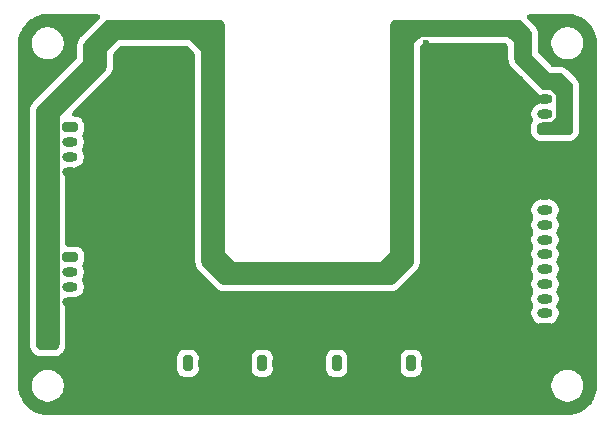
<source format=gbr>
%TF.GenerationSoftware,KiCad,Pcbnew,8.0.4*%
%TF.CreationDate,2024-08-04T13:51:38+08:00*%
%TF.ProjectId,mai-pico-nano-io,6d61692d-7069-4636-9f2d-6e616e6f2d69,rev?*%
%TF.SameCoordinates,Original*%
%TF.FileFunction,Copper,L2,Bot*%
%TF.FilePolarity,Positive*%
%FSLAX46Y46*%
G04 Gerber Fmt 4.6, Leading zero omitted, Abs format (unit mm)*
G04 Created by KiCad (PCBNEW 8.0.4) date 2024-08-04 13:51:38*
%MOMM*%
%LPD*%
G01*
G04 APERTURE LIST*
G04 Aperture macros list*
%AMRoundRect*
0 Rectangle with rounded corners*
0 $1 Rounding radius*
0 $2 $3 $4 $5 $6 $7 $8 $9 X,Y pos of 4 corners*
0 Add a 4 corners polygon primitive as box body*
4,1,4,$2,$3,$4,$5,$6,$7,$8,$9,$2,$3,0*
0 Add four circle primitives for the rounded corners*
1,1,$1+$1,$2,$3*
1,1,$1+$1,$4,$5*
1,1,$1+$1,$6,$7*
1,1,$1+$1,$8,$9*
0 Add four rect primitives between the rounded corners*
20,1,$1+$1,$2,$3,$4,$5,0*
20,1,$1+$1,$4,$5,$6,$7,0*
20,1,$1+$1,$6,$7,$8,$9,0*
20,1,$1+$1,$8,$9,$2,$3,0*%
G04 Aperture macros list end*
%TA.AperFunction,ComponentPad*%
%ADD10RoundRect,0.200000X-0.450000X0.200000X-0.450000X-0.200000X0.450000X-0.200000X0.450000X0.200000X0*%
%TD*%
%TA.AperFunction,ComponentPad*%
%ADD11O,1.300000X0.800000*%
%TD*%
%TA.AperFunction,ComponentPad*%
%ADD12RoundRect,0.200000X0.450000X-0.200000X0.450000X0.200000X-0.450000X0.200000X-0.450000X-0.200000X0*%
%TD*%
%TA.AperFunction,ComponentPad*%
%ADD13RoundRect,0.200000X-0.200000X-0.450000X0.200000X-0.450000X0.200000X0.450000X-0.200000X0.450000X0*%
%TD*%
%TA.AperFunction,ComponentPad*%
%ADD14O,0.800000X1.300000*%
%TD*%
%TA.AperFunction,ViaPad*%
%ADD15C,0.600000*%
%TD*%
G04 APERTURE END LIST*
D10*
%TO.P,J3,1,Pin_1*%
%TO.N,/I2C_1{slash}SCL*%
X79900000Y-109125000D03*
D11*
%TO.P,J3,2,Pin_2*%
%TO.N,/I2C_1{slash}SDA*%
X79900000Y-110374999D03*
%TO.P,J3,3,Pin_3*%
%TO.N,/I2C_1{slash}VDD*%
X79900000Y-111625000D03*
%TO.P,J3,4,Pin_4*%
%TO.N,GND*%
X79900000Y-112874999D03*
%TD*%
D10*
%TO.P,J2,1,Pin_1*%
%TO.N,/I2C_0{slash}SCL*%
X79900000Y-98125000D03*
D11*
%TO.P,J2,2,Pin_2*%
%TO.N,/I2C_0{slash}SDA*%
X79900000Y-99374999D03*
%TO.P,J2,3,Pin_3*%
%TO.N,/I2C_0{slash}VDD*%
X79900000Y-100625000D03*
%TO.P,J2,4,Pin_4*%
%TO.N,GND*%
X79900000Y-101874999D03*
%TD*%
D12*
%TO.P,J4,1,Pin_1*%
%TO.N,GND*%
X120100000Y-115125000D03*
D11*
%TO.P,J4,2,Pin_2*%
%TO.N,/BTN8*%
X120100000Y-113875001D03*
%TO.P,J4,3,Pin_3*%
%TO.N,/BTN7*%
X120100000Y-112625000D03*
%TO.P,J4,4,Pin_4*%
%TO.N,/BTN6*%
X120100000Y-111375001D03*
%TO.P,J4,5,Pin_5*%
%TO.N,/BTN5*%
X120100000Y-110125000D03*
%TO.P,J4,6,Pin_6*%
%TO.N,/BTN4*%
X120100000Y-108875001D03*
%TO.P,J4,7,Pin_7*%
%TO.N,/BTN3*%
X120100000Y-107625000D03*
%TO.P,J4,8,Pin_8*%
%TO.N,/BTN2*%
X120100000Y-106375000D03*
%TO.P,J4,9,Pin_9*%
%TO.N,/BTN1*%
X120100000Y-105125000D03*
%TO.P,J4,10,Pin_10*%
%TO.N,GND*%
X120100000Y-103875000D03*
%TD*%
D13*
%TO.P,J7,1,Pin_1*%
%TO.N,/AUX3*%
X102475000Y-118100000D03*
D14*
%TO.P,J7,2,Pin_2*%
%TO.N,GND*%
X103725000Y-118100000D03*
%TD*%
D13*
%TO.P,J8,1,Pin_1*%
%TO.N,/AUX4*%
X108775000Y-118100000D03*
D14*
%TO.P,J8,2,Pin_2*%
%TO.N,GND*%
X110025000Y-118100000D03*
%TD*%
D13*
%TO.P,J6,1,Pin_1*%
%TO.N,/AUX2*%
X96175000Y-118100000D03*
D14*
%TO.P,J6,2,Pin_2*%
%TO.N,GND*%
X97425000Y-118100000D03*
%TD*%
D13*
%TO.P,J5,1,Pin_1*%
%TO.N,/AUX1*%
X89875000Y-118100000D03*
D14*
%TO.P,J5,2,Pin_2*%
%TO.N,GND*%
X91125000Y-118100000D03*
%TD*%
D12*
%TO.P,J1,1,Pin_1*%
%TO.N,+5V*%
X120100000Y-98250000D03*
D11*
%TO.P,J1,2,Pin_2*%
%TO.N,/LED*%
X120100000Y-97000001D03*
%TO.P,J1,3,Pin_3*%
%TO.N,GND*%
X120100000Y-95750000D03*
%TD*%
D15*
%TO.N,GND*%
X110000000Y-91000000D03*
X76000000Y-107000000D03*
X118000000Y-94000000D03*
X112000000Y-118000000D03*
X112000000Y-122000000D03*
X88900000Y-91900000D03*
X96000000Y-122000000D03*
X124000000Y-101000000D03*
X86800000Y-100100000D03*
X124000000Y-107000000D03*
X116000000Y-122000000D03*
X113000000Y-94000000D03*
X100000000Y-122000000D03*
X116000000Y-101000000D03*
X92000000Y-122000000D03*
X76000000Y-93000000D03*
X76000000Y-101000000D03*
X124000000Y-104000000D03*
X120000000Y-122000000D03*
X76000000Y-114000000D03*
X86800000Y-112500000D03*
X89800000Y-91900000D03*
X88900000Y-92800000D03*
X80000000Y-122000000D03*
X76000000Y-110000000D03*
X89800000Y-92800000D03*
X111000000Y-92000000D03*
X86800000Y-99300000D03*
X124000000Y-110000000D03*
X80000000Y-118000000D03*
X108000000Y-122000000D03*
X88000000Y-122000000D03*
X76000000Y-97000000D03*
X120000000Y-89000000D03*
X86800000Y-111700000D03*
X86800000Y-105100000D03*
X115000000Y-94000000D03*
X84000000Y-122000000D03*
X124000000Y-97000000D03*
X86800000Y-118300000D03*
X120000000Y-118000000D03*
X104000000Y-122000000D03*
X116000000Y-118000000D03*
X120000000Y-101000000D03*
X76000000Y-118000000D03*
X88000000Y-118000000D03*
X124000000Y-118000000D03*
X86800000Y-117500000D03*
X100000000Y-118000000D03*
X124000000Y-114000000D03*
X76000000Y-104000000D03*
X80000000Y-89000000D03*
X86800000Y-105900000D03*
X112000000Y-93000000D03*
X124000000Y-93000000D03*
%TO.N,+5V*%
X117900000Y-89600000D03*
X88900000Y-89400000D03*
X89800000Y-90300000D03*
X117900000Y-90300000D03*
X89800000Y-89400000D03*
X77500000Y-105500000D03*
X88900000Y-90300000D03*
X78500000Y-116500000D03*
X77500000Y-116500000D03*
X78500000Y-105500000D03*
%TD*%
%TA.AperFunction,Conductor*%
%TO.N,GND*%
G36*
X82278764Y-88519454D02*
G01*
X82359546Y-88573430D01*
X82413522Y-88654212D01*
X82432476Y-88749500D01*
X82413522Y-88844788D01*
X82359548Y-88925566D01*
X81565683Y-89719432D01*
X80794738Y-90490377D01*
X80772120Y-90514526D01*
X80761439Y-90526706D01*
X80740463Y-90552266D01*
X80675891Y-90636417D01*
X80639136Y-90691425D01*
X80622967Y-90719432D01*
X80593716Y-90778748D01*
X80593712Y-90778756D01*
X80556264Y-90869163D01*
X80535014Y-90931763D01*
X80526626Y-90963067D01*
X80513731Y-91027901D01*
X80499883Y-91133082D01*
X80496645Y-91165961D01*
X80495583Y-91182159D01*
X80494500Y-91215247D01*
X80494500Y-92187474D01*
X80475546Y-92282762D01*
X80421570Y-92363544D01*
X76794731Y-95990383D01*
X76772120Y-96014526D01*
X76761444Y-96026700D01*
X76740463Y-96052266D01*
X76675891Y-96136417D01*
X76639136Y-96191425D01*
X76622967Y-96219432D01*
X76593716Y-96278748D01*
X76593712Y-96278756D01*
X76556264Y-96369163D01*
X76535014Y-96431763D01*
X76526626Y-96463067D01*
X76513731Y-96527901D01*
X76499883Y-96633082D01*
X76496645Y-96665961D01*
X76496644Y-96665980D01*
X76495583Y-96682165D01*
X76494500Y-96715232D01*
X76494500Y-116491874D01*
X76495325Y-116517067D01*
X76495583Y-116524946D01*
X76496645Y-116541144D01*
X76499883Y-116574023D01*
X76513732Y-116679208D01*
X76526629Y-116744050D01*
X76535011Y-116775332D01*
X76535013Y-116775339D01*
X76556252Y-116837906D01*
X76556263Y-116837937D01*
X76590978Y-116921747D01*
X76593721Y-116928369D01*
X76593723Y-116928374D01*
X76622962Y-116987665D01*
X76622968Y-116987677D01*
X76639153Y-117015709D01*
X76639156Y-117015713D01*
X76674919Y-117069234D01*
X76675885Y-117070680D01*
X76735468Y-117148330D01*
X76779066Y-117198043D01*
X76801956Y-117220933D01*
X76851669Y-117264531D01*
X76929319Y-117324114D01*
X76956807Y-117342481D01*
X76984285Y-117360842D01*
X76984289Y-117360845D01*
X77012321Y-117377030D01*
X77012333Y-117377036D01*
X77071624Y-117406275D01*
X77071630Y-117406277D01*
X77071635Y-117406280D01*
X77162062Y-117443736D01*
X77224674Y-117464990D01*
X77255937Y-117473367D01*
X77255945Y-117473369D01*
X77278153Y-117477786D01*
X77320793Y-117486268D01*
X77320798Y-117486268D01*
X77320800Y-117486269D01*
X77330077Y-117487490D01*
X77398986Y-117496562D01*
X77412922Y-117498397D01*
X77412922Y-117498398D01*
X77425946Y-117500113D01*
X77458874Y-117503356D01*
X77475059Y-117504417D01*
X77508126Y-117505500D01*
X77508142Y-117505500D01*
X78491860Y-117505500D01*
X78491874Y-117505500D01*
X78524943Y-117504417D01*
X78541127Y-117503356D01*
X78574042Y-117500114D01*
X78574070Y-117500110D01*
X78574073Y-117500110D01*
X78578393Y-117499541D01*
X78585382Y-117498621D01*
X78679208Y-117486268D01*
X78744058Y-117473368D01*
X78775325Y-117464990D01*
X78837937Y-117443736D01*
X78928364Y-117406280D01*
X78987670Y-117377034D01*
X79015703Y-117360849D01*
X79070680Y-117324114D01*
X79148330Y-117264531D01*
X79198043Y-117220933D01*
X79220933Y-117198043D01*
X79264531Y-117148330D01*
X79324114Y-117070680D01*
X79360849Y-117015703D01*
X79377034Y-116987670D01*
X79406280Y-116928364D01*
X79443736Y-116837937D01*
X79464990Y-116775325D01*
X79473368Y-116744058D01*
X79486268Y-116679209D01*
X79500114Y-116574045D01*
X79503356Y-116541125D01*
X79504417Y-116524939D01*
X79505500Y-116491874D01*
X79505500Y-112774500D01*
X79524454Y-112679212D01*
X79578430Y-112598430D01*
X79659212Y-112544454D01*
X79754500Y-112525500D01*
X80238691Y-112525500D01*
X80412666Y-112490894D01*
X80576547Y-112423013D01*
X80724035Y-112324464D01*
X80849464Y-112199035D01*
X80948013Y-112051547D01*
X81015894Y-111887666D01*
X81050500Y-111713691D01*
X81050500Y-111536309D01*
X81015894Y-111362334D01*
X80948013Y-111198453D01*
X80907844Y-111138336D01*
X80870664Y-111048577D01*
X80870664Y-110951422D01*
X80907843Y-110861663D01*
X80948013Y-110801546D01*
X81015894Y-110637665D01*
X81050500Y-110463690D01*
X81050500Y-110286308D01*
X81015894Y-110112333D01*
X80948013Y-109948452D01*
X80948010Y-109948447D01*
X80942247Y-109937665D01*
X80945138Y-109936119D01*
X80916713Y-109867486D01*
X80916716Y-109770331D01*
X80947841Y-109690099D01*
X80993477Y-109614608D01*
X80993478Y-109614606D01*
X81044086Y-109452196D01*
X81044157Y-109451422D01*
X81050499Y-109381630D01*
X81050500Y-109381609D01*
X81050500Y-108868390D01*
X81050499Y-108868369D01*
X81044087Y-108797811D01*
X81044086Y-108797808D01*
X81044086Y-108797804D01*
X80993478Y-108635394D01*
X80993477Y-108635393D01*
X80993477Y-108635391D01*
X80942987Y-108551873D01*
X80905472Y-108489815D01*
X80785185Y-108369528D01*
X80763723Y-108356553D01*
X80639608Y-108281522D01*
X80477196Y-108230914D01*
X80477188Y-108230912D01*
X80406630Y-108224500D01*
X80406616Y-108224500D01*
X79754500Y-108224500D01*
X79659212Y-108205546D01*
X79578430Y-108151570D01*
X79524454Y-108070788D01*
X79505500Y-107975500D01*
X79505500Y-101774500D01*
X79524454Y-101679212D01*
X79578430Y-101598430D01*
X79659212Y-101544454D01*
X79754500Y-101525500D01*
X80238691Y-101525500D01*
X80412666Y-101490894D01*
X80576547Y-101423013D01*
X80724035Y-101324464D01*
X80849464Y-101199035D01*
X80948013Y-101051547D01*
X81015894Y-100887666D01*
X81050500Y-100713691D01*
X81050500Y-100536309D01*
X81015894Y-100362334D01*
X80948013Y-100198453D01*
X80907844Y-100138336D01*
X80870664Y-100048577D01*
X80870664Y-99951422D01*
X80907843Y-99861663D01*
X80948013Y-99801546D01*
X81015894Y-99637665D01*
X81050500Y-99463690D01*
X81050500Y-99286308D01*
X81015894Y-99112333D01*
X80948013Y-98948452D01*
X80948010Y-98948447D01*
X80942247Y-98937665D01*
X80945138Y-98936119D01*
X80916713Y-98867486D01*
X80916716Y-98770331D01*
X80947841Y-98690099D01*
X80993477Y-98614608D01*
X80993478Y-98614606D01*
X81044086Y-98452196D01*
X81050500Y-98381616D01*
X81050500Y-97868384D01*
X81050499Y-97868369D01*
X81044087Y-97797811D01*
X81044086Y-97797808D01*
X81044086Y-97797804D01*
X80993478Y-97635394D01*
X80993477Y-97635393D01*
X80993477Y-97635391D01*
X80942815Y-97551588D01*
X80905472Y-97489815D01*
X80785185Y-97369528D01*
X80763723Y-97356553D01*
X80639608Y-97281522D01*
X80477196Y-97230914D01*
X80477188Y-97230912D01*
X80406630Y-97224500D01*
X80406616Y-97224500D01*
X80291523Y-97224500D01*
X80196235Y-97205546D01*
X80115453Y-97151570D01*
X80061477Y-97070788D01*
X80042523Y-96975500D01*
X80061477Y-96880212D01*
X80115453Y-96799430D01*
X81441518Y-95473365D01*
X83205243Y-93709641D01*
X83227852Y-93685502D01*
X83238547Y-93673307D01*
X83259536Y-93647732D01*
X83324115Y-93563571D01*
X83360854Y-93508587D01*
X83377039Y-93480553D01*
X83406282Y-93421253D01*
X83443737Y-93330828D01*
X83464989Y-93268220D01*
X83473367Y-93236954D01*
X83486268Y-93172102D01*
X83500114Y-93066938D01*
X83503356Y-93034018D01*
X83504417Y-93017832D01*
X83505146Y-92995583D01*
X83505500Y-92984781D01*
X83505500Y-92012522D01*
X83524454Y-91917234D01*
X83578430Y-91836452D01*
X84136452Y-91278430D01*
X84217234Y-91224454D01*
X84312522Y-91205500D01*
X88500000Y-91205500D01*
X89687477Y-91205500D01*
X89782765Y-91224454D01*
X89863547Y-91278430D01*
X90421570Y-91836453D01*
X90475546Y-91917235D01*
X90494500Y-92012522D01*
X90494500Y-109484767D01*
X90494999Y-109500000D01*
X90495583Y-109517839D01*
X90496645Y-109534037D01*
X90499883Y-109566916D01*
X90513731Y-109672097D01*
X90526626Y-109736931D01*
X90535014Y-109768235D01*
X90556264Y-109830835D01*
X90593712Y-109921242D01*
X90593717Y-109921253D01*
X90622960Y-109980553D01*
X90622964Y-109980559D01*
X90622967Y-109980566D01*
X90639136Y-110008573D01*
X90639142Y-110008583D01*
X90639145Y-110008587D01*
X90675884Y-110063571D01*
X90740463Y-110147732D01*
X90761452Y-110173307D01*
X90772147Y-110185502D01*
X90794756Y-110209640D01*
X92290359Y-111705243D01*
X92314497Y-111727852D01*
X92326692Y-111738547D01*
X92352267Y-111759536D01*
X92436428Y-111824115D01*
X92491412Y-111860854D01*
X92491419Y-111860858D01*
X92491425Y-111860862D01*
X92519432Y-111877031D01*
X92519446Y-111877039D01*
X92578746Y-111906282D01*
X92578756Y-111906286D01*
X92669163Y-111943734D01*
X92669167Y-111943735D01*
X92669171Y-111943737D01*
X92731776Y-111964988D01*
X92731773Y-111964988D01*
X92757729Y-111971942D01*
X92763045Y-111973367D01*
X92827900Y-111986268D01*
X92827905Y-111986268D01*
X92827907Y-111986269D01*
X92837184Y-111987490D01*
X92906093Y-111996562D01*
X92920029Y-111998397D01*
X92920029Y-111998398D01*
X92933053Y-112000113D01*
X92965981Y-112003356D01*
X92982166Y-112004417D01*
X93015233Y-112005500D01*
X93015249Y-112005500D01*
X106984753Y-112005500D01*
X106984767Y-112005500D01*
X107017836Y-112004417D01*
X107034020Y-112003356D01*
X107066935Y-112000114D01*
X107066963Y-112000110D01*
X107066966Y-112000110D01*
X107078275Y-111998621D01*
X107099162Y-111995871D01*
X107172101Y-111986268D01*
X107236954Y-111973367D01*
X107261611Y-111966759D01*
X107268217Y-111964990D01*
X107268218Y-111964989D01*
X107268220Y-111964989D01*
X107330828Y-111943737D01*
X107421253Y-111906282D01*
X107480553Y-111877039D01*
X107508587Y-111860854D01*
X107563571Y-111824115D01*
X107647732Y-111759536D01*
X107673307Y-111738547D01*
X107685502Y-111727852D01*
X107709640Y-111705243D01*
X109205243Y-110209640D01*
X109227852Y-110185502D01*
X109238547Y-110173307D01*
X109259536Y-110147732D01*
X109324115Y-110063571D01*
X109360854Y-110008587D01*
X109377039Y-109980553D01*
X109406282Y-109921253D01*
X109443737Y-109830828D01*
X109464989Y-109768220D01*
X109473367Y-109736954D01*
X109486268Y-109672102D01*
X109500114Y-109566938D01*
X109503356Y-109534018D01*
X109504417Y-109517832D01*
X109505500Y-109484767D01*
X109505500Y-105036304D01*
X118949500Y-105036304D01*
X118949500Y-105213695D01*
X118984104Y-105387659D01*
X118984105Y-105387661D01*
X118984106Y-105387666D01*
X119051987Y-105551547D01*
X119051988Y-105551549D01*
X119051989Y-105551550D01*
X119051990Y-105551553D01*
X119092155Y-105611664D01*
X119129335Y-105701423D01*
X119129334Y-105798578D01*
X119092155Y-105888336D01*
X119051990Y-105948446D01*
X119051989Y-105948449D01*
X118984104Y-106112340D01*
X118949500Y-106286304D01*
X118949500Y-106463695D01*
X118984104Y-106637659D01*
X118984105Y-106637661D01*
X118984106Y-106637666D01*
X119051987Y-106801547D01*
X119051988Y-106801549D01*
X119051989Y-106801550D01*
X119051990Y-106801553D01*
X119092155Y-106861664D01*
X119129335Y-106951423D01*
X119129334Y-107048578D01*
X119092155Y-107138336D01*
X119051990Y-107198446D01*
X119051989Y-107198449D01*
X118984104Y-107362340D01*
X118949500Y-107536304D01*
X118949500Y-107713695D01*
X118984104Y-107887659D01*
X118984105Y-107887661D01*
X118984106Y-107887666D01*
X119051987Y-108051547D01*
X119051988Y-108051549D01*
X119051989Y-108051550D01*
X119051990Y-108051553D01*
X119092155Y-108111664D01*
X119129335Y-108201423D01*
X119129334Y-108298578D01*
X119092156Y-108388335D01*
X119051989Y-108448449D01*
X119051989Y-108448450D01*
X119051989Y-108448451D01*
X119051987Y-108448454D01*
X119030844Y-108499500D01*
X118984104Y-108612341D01*
X118949500Y-108786305D01*
X118949500Y-108963696D01*
X118984104Y-109137660D01*
X118984105Y-109137662D01*
X118984106Y-109137667D01*
X119051987Y-109301548D01*
X119051988Y-109301549D01*
X119051989Y-109301551D01*
X119092154Y-109361662D01*
X119129334Y-109451422D01*
X119129335Y-109548577D01*
X119092155Y-109638336D01*
X119051990Y-109698446D01*
X119051989Y-109698449D01*
X119051987Y-109698451D01*
X119051987Y-109698453D01*
X118997154Y-109830835D01*
X118984104Y-109862340D01*
X118949500Y-110036304D01*
X118949500Y-110213695D01*
X118984104Y-110387659D01*
X118984105Y-110387661D01*
X118984106Y-110387666D01*
X119051987Y-110551547D01*
X119051988Y-110551549D01*
X119051989Y-110551550D01*
X119051990Y-110551553D01*
X119092155Y-110611664D01*
X119129335Y-110701423D01*
X119129334Y-110798578D01*
X119092156Y-110888335D01*
X119051989Y-110948449D01*
X119051989Y-110948450D01*
X119051989Y-110948451D01*
X119051987Y-110948454D01*
X119010516Y-111048577D01*
X118984104Y-111112341D01*
X118949500Y-111286305D01*
X118949500Y-111463696D01*
X118984104Y-111637660D01*
X118984105Y-111637662D01*
X118984106Y-111637667D01*
X119051987Y-111801548D01*
X119051988Y-111801549D01*
X119051989Y-111801551D01*
X119092154Y-111861662D01*
X119129334Y-111951422D01*
X119129335Y-112048577D01*
X119092155Y-112138336D01*
X119051990Y-112198446D01*
X119051989Y-112198449D01*
X119051987Y-112198451D01*
X119051987Y-112198453D01*
X118999792Y-112324466D01*
X118984104Y-112362340D01*
X118949500Y-112536304D01*
X118949500Y-112713695D01*
X118984104Y-112887659D01*
X118984105Y-112887661D01*
X118984106Y-112887666D01*
X119051987Y-113051547D01*
X119051988Y-113051549D01*
X119051989Y-113051550D01*
X119051990Y-113051553D01*
X119092155Y-113111664D01*
X119129335Y-113201423D01*
X119129334Y-113298578D01*
X119092156Y-113388335D01*
X119051989Y-113448449D01*
X119051989Y-113448450D01*
X118984104Y-113612341D01*
X118949500Y-113786305D01*
X118949500Y-113963696D01*
X118984104Y-114137660D01*
X118984105Y-114137662D01*
X118984106Y-114137667D01*
X119051987Y-114301548D01*
X119150536Y-114449036D01*
X119275965Y-114574465D01*
X119423453Y-114673014D01*
X119587334Y-114740895D01*
X119761309Y-114775501D01*
X120438691Y-114775501D01*
X120612666Y-114740895D01*
X120776547Y-114673014D01*
X120924035Y-114574465D01*
X121049464Y-114449036D01*
X121148013Y-114301548D01*
X121215894Y-114137667D01*
X121250500Y-113963692D01*
X121250500Y-113786310D01*
X121215894Y-113612335D01*
X121148013Y-113448454D01*
X121107844Y-113388337D01*
X121070664Y-113298578D01*
X121070664Y-113201423D01*
X121107843Y-113111664D01*
X121148013Y-113051547D01*
X121215894Y-112887666D01*
X121250500Y-112713691D01*
X121250500Y-112536309D01*
X121215894Y-112362334D01*
X121148013Y-112198453D01*
X121148010Y-112198449D01*
X121148011Y-112198449D01*
X121107845Y-112138338D01*
X121070665Y-112048579D01*
X121070664Y-111951424D01*
X121107840Y-111861669D01*
X121148013Y-111801548D01*
X121215894Y-111637667D01*
X121250500Y-111463692D01*
X121250500Y-111286310D01*
X121215894Y-111112335D01*
X121148013Y-110948454D01*
X121107844Y-110888337D01*
X121070664Y-110798578D01*
X121070664Y-110701423D01*
X121107843Y-110611664D01*
X121148013Y-110551547D01*
X121215894Y-110387666D01*
X121250500Y-110213691D01*
X121250500Y-110036309D01*
X121215894Y-109862334D01*
X121148013Y-109698453D01*
X121148010Y-109698449D01*
X121148011Y-109698449D01*
X121107845Y-109638338D01*
X121070665Y-109548579D01*
X121070664Y-109451424D01*
X121107840Y-109361669D01*
X121148013Y-109301548D01*
X121215894Y-109137667D01*
X121250500Y-108963692D01*
X121250500Y-108786310D01*
X121215894Y-108612335D01*
X121148013Y-108448454D01*
X121107844Y-108388337D01*
X121070664Y-108298578D01*
X121070664Y-108201423D01*
X121107843Y-108111664D01*
X121148013Y-108051547D01*
X121215894Y-107887666D01*
X121250500Y-107713691D01*
X121250500Y-107536309D01*
X121215894Y-107362334D01*
X121148013Y-107198453D01*
X121148010Y-107198449D01*
X121148011Y-107198449D01*
X121107845Y-107138338D01*
X121070665Y-107048579D01*
X121070664Y-106951424D01*
X121107841Y-106861667D01*
X121148013Y-106801547D01*
X121215894Y-106637666D01*
X121250500Y-106463691D01*
X121250500Y-106286309D01*
X121215894Y-106112334D01*
X121148013Y-105948453D01*
X121148010Y-105948449D01*
X121148011Y-105948449D01*
X121107845Y-105888338D01*
X121070665Y-105798579D01*
X121070664Y-105701424D01*
X121107841Y-105611667D01*
X121148013Y-105551547D01*
X121215894Y-105387666D01*
X121250500Y-105213691D01*
X121250500Y-105036309D01*
X121215894Y-104862334D01*
X121148013Y-104698453D01*
X121049464Y-104550965D01*
X120924035Y-104425536D01*
X120924031Y-104425533D01*
X120776549Y-104326988D01*
X120776547Y-104326987D01*
X120612666Y-104259106D01*
X120612661Y-104259105D01*
X120612659Y-104259104D01*
X120438695Y-104224500D01*
X120438691Y-104224500D01*
X119761309Y-104224500D01*
X119761304Y-104224500D01*
X119587340Y-104259104D01*
X119587336Y-104259105D01*
X119587334Y-104259106D01*
X119478080Y-104304360D01*
X119423450Y-104326988D01*
X119275968Y-104425533D01*
X119150533Y-104550968D01*
X119051988Y-104698450D01*
X118984104Y-104862340D01*
X118949500Y-105036304D01*
X109505500Y-105036304D01*
X109505500Y-91353387D01*
X109524454Y-91258099D01*
X109578430Y-91177317D01*
X109595095Y-91162100D01*
X109713760Y-91063213D01*
X109799096Y-91016772D01*
X109873165Y-91005500D01*
X109915695Y-91005500D01*
X109920115Y-91005342D01*
X109925242Y-91005158D01*
X109934130Y-91005000D01*
X110065870Y-91005000D01*
X110074757Y-91005158D01*
X110079884Y-91005342D01*
X110084305Y-91005500D01*
X110084307Y-91005500D01*
X116687477Y-91005500D01*
X116782765Y-91024454D01*
X116863547Y-91078430D01*
X116921570Y-91136453D01*
X116975546Y-91217235D01*
X116994500Y-91312523D01*
X116994500Y-92284767D01*
X116995325Y-92309960D01*
X116995583Y-92317839D01*
X116996645Y-92334037D01*
X116999883Y-92366916D01*
X117013731Y-92472097D01*
X117026626Y-92536931D01*
X117035014Y-92568235D01*
X117056264Y-92630835D01*
X117093712Y-92721242D01*
X117093717Y-92721253D01*
X117122960Y-92780553D01*
X117122964Y-92780559D01*
X117122967Y-92780566D01*
X117139136Y-92808573D01*
X117139142Y-92808583D01*
X117139145Y-92808587D01*
X117175884Y-92863571D01*
X117240463Y-92947732D01*
X117261452Y-92973307D01*
X117272147Y-92985502D01*
X117294756Y-93009640D01*
X119490359Y-95205243D01*
X119514497Y-95227852D01*
X119526692Y-95238547D01*
X119552267Y-95259536D01*
X119636428Y-95324115D01*
X119691412Y-95360854D01*
X119691419Y-95360858D01*
X119691425Y-95360862D01*
X119719432Y-95377031D01*
X119719446Y-95377039D01*
X119778746Y-95406282D01*
X119778756Y-95406286D01*
X119869163Y-95443734D01*
X119869167Y-95443735D01*
X119869171Y-95443737D01*
X119931776Y-95464988D01*
X119931773Y-95464988D01*
X119957729Y-95471942D01*
X119963045Y-95473367D01*
X120027900Y-95486268D01*
X120027905Y-95486268D01*
X120027907Y-95486269D01*
X120037184Y-95487490D01*
X120106093Y-95496562D01*
X120120029Y-95498397D01*
X120120029Y-95498398D01*
X120133053Y-95500113D01*
X120165981Y-95503356D01*
X120182166Y-95504417D01*
X120215233Y-95505500D01*
X120245500Y-95505500D01*
X120340788Y-95524454D01*
X120421570Y-95578430D01*
X120475546Y-95659212D01*
X120494500Y-95754500D01*
X120494500Y-95850501D01*
X120475546Y-95945789D01*
X120421570Y-96026571D01*
X120340788Y-96080547D01*
X120245500Y-96099501D01*
X119761304Y-96099501D01*
X119587340Y-96134105D01*
X119587336Y-96134106D01*
X119587334Y-96134107D01*
X119478080Y-96179361D01*
X119423450Y-96201989D01*
X119275968Y-96300534D01*
X119150533Y-96425969D01*
X119051988Y-96573451D01*
X119051987Y-96573454D01*
X118993262Y-96715232D01*
X118984104Y-96737341D01*
X118949500Y-96911305D01*
X118949500Y-97088696D01*
X118984104Y-97262660D01*
X118984105Y-97262662D01*
X118984106Y-97262667D01*
X119051987Y-97426548D01*
X119051988Y-97426550D01*
X119051993Y-97426561D01*
X119052474Y-97427461D01*
X119052769Y-97428436D01*
X119056669Y-97437850D01*
X119055741Y-97438234D01*
X119080671Y-97520435D01*
X119071143Y-97617121D01*
X119041076Y-97680704D01*
X119041297Y-97680841D01*
X119040108Y-97682752D01*
X119039937Y-97683115D01*
X119039154Y-97684286D01*
X119039150Y-97684293D01*
X119022958Y-97712339D01*
X118993727Y-97771616D01*
X118993719Y-97771635D01*
X118956263Y-97862062D01*
X118956258Y-97862073D01*
X118956252Y-97862092D01*
X118935013Y-97924659D01*
X118935011Y-97924666D01*
X118926629Y-97955948D01*
X118913732Y-98020790D01*
X118899883Y-98125975D01*
X118896645Y-98158854D01*
X118896644Y-98158873D01*
X118895583Y-98175058D01*
X118894500Y-98208125D01*
X118894500Y-98291874D01*
X118895325Y-98317067D01*
X118895583Y-98324946D01*
X118896645Y-98341144D01*
X118899883Y-98374023D01*
X118900882Y-98381609D01*
X118910175Y-98452196D01*
X118913732Y-98479208D01*
X118926629Y-98544050D01*
X118935011Y-98575332D01*
X118935013Y-98575339D01*
X118956252Y-98637906D01*
X118956263Y-98637937D01*
X118977869Y-98690099D01*
X118993721Y-98728369D01*
X118993723Y-98728374D01*
X119022962Y-98787665D01*
X119022968Y-98787677D01*
X119039153Y-98815709D01*
X119039156Y-98815713D01*
X119073751Y-98867486D01*
X119075885Y-98870680D01*
X119135468Y-98948330D01*
X119179066Y-98998043D01*
X119201956Y-99020933D01*
X119251669Y-99064531D01*
X119329319Y-99124114D01*
X119356807Y-99142481D01*
X119384285Y-99160842D01*
X119384289Y-99160845D01*
X119412321Y-99177030D01*
X119412333Y-99177036D01*
X119471624Y-99206275D01*
X119471630Y-99206277D01*
X119471635Y-99206280D01*
X119562062Y-99243736D01*
X119624674Y-99264990D01*
X119655937Y-99273367D01*
X119655945Y-99273369D01*
X119678153Y-99277786D01*
X119720793Y-99286268D01*
X119720798Y-99286268D01*
X119720800Y-99286269D01*
X119730077Y-99287490D01*
X119798986Y-99296562D01*
X119812922Y-99298397D01*
X119812922Y-99298398D01*
X119825946Y-99300113D01*
X119858874Y-99303356D01*
X119875059Y-99304417D01*
X119908126Y-99305500D01*
X119908142Y-99305500D01*
X121991860Y-99305500D01*
X121991874Y-99305500D01*
X122024943Y-99304417D01*
X122041127Y-99303356D01*
X122074042Y-99300114D01*
X122074070Y-99300110D01*
X122074073Y-99300110D01*
X122078393Y-99299541D01*
X122085382Y-99298621D01*
X122179208Y-99286268D01*
X122244058Y-99273368D01*
X122275325Y-99264990D01*
X122337937Y-99243736D01*
X122428364Y-99206280D01*
X122487670Y-99177034D01*
X122515703Y-99160849D01*
X122570680Y-99124114D01*
X122648330Y-99064531D01*
X122698043Y-99020933D01*
X122720933Y-98998043D01*
X122764531Y-98948330D01*
X122824114Y-98870680D01*
X122860849Y-98815703D01*
X122877034Y-98787670D01*
X122906280Y-98728364D01*
X122943736Y-98637937D01*
X122964990Y-98575325D01*
X122973368Y-98544058D01*
X122986268Y-98479209D01*
X123000114Y-98374045D01*
X123003356Y-98341125D01*
X123004417Y-98324939D01*
X123005500Y-98291874D01*
X123005500Y-94715232D01*
X123004417Y-94682167D01*
X123003356Y-94665981D01*
X123000114Y-94633061D01*
X122986268Y-94527897D01*
X122973367Y-94463045D01*
X122964989Y-94431779D01*
X122943737Y-94369171D01*
X122906282Y-94278746D01*
X122877039Y-94219446D01*
X122860854Y-94191412D01*
X122824115Y-94136428D01*
X122759536Y-94052267D01*
X122738547Y-94026692D01*
X122727852Y-94014497D01*
X122705243Y-93990359D01*
X122009640Y-93294756D01*
X121985502Y-93272147D01*
X121973307Y-93261452D01*
X121947732Y-93240463D01*
X121863571Y-93175884D01*
X121808587Y-93139145D01*
X121808583Y-93139142D01*
X121808573Y-93139136D01*
X121780566Y-93122967D01*
X121780559Y-93122964D01*
X121780553Y-93122960D01*
X121721253Y-93093717D01*
X121721247Y-93093714D01*
X121721242Y-93093712D01*
X121630835Y-93056264D01*
X121568235Y-93035014D01*
X121568219Y-93035009D01*
X121568217Y-93035009D01*
X121536950Y-93026631D01*
X121536948Y-93026630D01*
X121536931Y-93026626D01*
X121472097Y-93013731D01*
X121366916Y-92999883D01*
X121334037Y-92996645D01*
X121317839Y-92995583D01*
X121309960Y-92995325D01*
X121284767Y-92994500D01*
X121284751Y-92994500D01*
X120812523Y-92994500D01*
X120717235Y-92975546D01*
X120636453Y-92921570D01*
X119578430Y-91863547D01*
X119524454Y-91782765D01*
X119505500Y-91687477D01*
X119505500Y-90893703D01*
X120649500Y-90893703D01*
X120649500Y-91106296D01*
X120682753Y-91316240D01*
X120682754Y-91316243D01*
X120748443Y-91518412D01*
X120844949Y-91707816D01*
X120969896Y-91879792D01*
X121120208Y-92030104D01*
X121292184Y-92155051D01*
X121481588Y-92251557D01*
X121683757Y-92317246D01*
X121757601Y-92328941D01*
X121893703Y-92350499D01*
X121893710Y-92350499D01*
X121893713Y-92350500D01*
X121893716Y-92350500D01*
X122106284Y-92350500D01*
X122106287Y-92350500D01*
X122106290Y-92350499D01*
X122106296Y-92350499D01*
X122205476Y-92334789D01*
X122316243Y-92317246D01*
X122518412Y-92251557D01*
X122707816Y-92155051D01*
X122879792Y-92030104D01*
X123030104Y-91879792D01*
X123155051Y-91707816D01*
X123251557Y-91518412D01*
X123317246Y-91316243D01*
X123339250Y-91177317D01*
X123350499Y-91106296D01*
X123350500Y-91106284D01*
X123350500Y-90893715D01*
X123350499Y-90893703D01*
X123328941Y-90757601D01*
X123317246Y-90683757D01*
X123251557Y-90481588D01*
X123155051Y-90292184D01*
X123030104Y-90120208D01*
X122879792Y-89969896D01*
X122707816Y-89844949D01*
X122518412Y-89748443D01*
X122518409Y-89748442D01*
X122518407Y-89748441D01*
X122316240Y-89682753D01*
X122106296Y-89649500D01*
X122106287Y-89649500D01*
X121893713Y-89649500D01*
X121893703Y-89649500D01*
X121683759Y-89682753D01*
X121481592Y-89748441D01*
X121292182Y-89844950D01*
X121120206Y-89969897D01*
X120969897Y-90120206D01*
X120844950Y-90292182D01*
X120748441Y-90481592D01*
X120682753Y-90683759D01*
X120649500Y-90893703D01*
X119505500Y-90893703D01*
X119505500Y-90215217D01*
X119504418Y-90182194D01*
X119504417Y-90182190D01*
X119504417Y-90182167D01*
X119503356Y-90165981D01*
X119500114Y-90133061D01*
X119486268Y-90027897D01*
X119473367Y-89963045D01*
X119464989Y-89931779D01*
X119443737Y-89869171D01*
X119433704Y-89844950D01*
X119406286Y-89778756D01*
X119406282Y-89778746D01*
X119377039Y-89719446D01*
X119360854Y-89691412D01*
X119324115Y-89636428D01*
X119259536Y-89552267D01*
X119238547Y-89526692D01*
X119227852Y-89514497D01*
X119205243Y-89490359D01*
X118640450Y-88925566D01*
X118586477Y-88844788D01*
X118567523Y-88749500D01*
X118586477Y-88654212D01*
X118640453Y-88573430D01*
X118721235Y-88519454D01*
X118816523Y-88500500D01*
X121934108Y-88500500D01*
X121992472Y-88500500D01*
X122007505Y-88500954D01*
X122020011Y-88501710D01*
X122286261Y-88517815D01*
X122316088Y-88521437D01*
X122583363Y-88570417D01*
X122612546Y-88577610D01*
X122871956Y-88658446D01*
X122900059Y-88669103D01*
X123147845Y-88780623D01*
X123174464Y-88794594D01*
X123406989Y-88935161D01*
X123431734Y-88952241D01*
X123645616Y-89119806D01*
X123668123Y-89139745D01*
X123860254Y-89331876D01*
X123880193Y-89354383D01*
X124047758Y-89568265D01*
X124064838Y-89593010D01*
X124205405Y-89825535D01*
X124219379Y-89852160D01*
X124330893Y-90099934D01*
X124341555Y-90128049D01*
X124422387Y-90387448D01*
X124429583Y-90416642D01*
X124478560Y-90683899D01*
X124482185Y-90713749D01*
X124499046Y-90992494D01*
X124499500Y-91007528D01*
X124499500Y-119992471D01*
X124499046Y-120007505D01*
X124482185Y-120286250D01*
X124478560Y-120316100D01*
X124429583Y-120583357D01*
X124422387Y-120612551D01*
X124341555Y-120871950D01*
X124330893Y-120900065D01*
X124219379Y-121147839D01*
X124205405Y-121174464D01*
X124064838Y-121406989D01*
X124047758Y-121431734D01*
X123880193Y-121645616D01*
X123860254Y-121668123D01*
X123668123Y-121860254D01*
X123645616Y-121880193D01*
X123431734Y-122047758D01*
X123406989Y-122064838D01*
X123174464Y-122205405D01*
X123147839Y-122219379D01*
X122900065Y-122330893D01*
X122871950Y-122341555D01*
X122612551Y-122422387D01*
X122583357Y-122429583D01*
X122316100Y-122478560D01*
X122286250Y-122482185D01*
X122007506Y-122499046D01*
X121992472Y-122499500D01*
X78007528Y-122499500D01*
X77992494Y-122499046D01*
X77713749Y-122482185D01*
X77683899Y-122478560D01*
X77416642Y-122429583D01*
X77387448Y-122422387D01*
X77128049Y-122341555D01*
X77099934Y-122330893D01*
X76852160Y-122219379D01*
X76825535Y-122205405D01*
X76593010Y-122064838D01*
X76568265Y-122047758D01*
X76354383Y-121880193D01*
X76331876Y-121860254D01*
X76139745Y-121668123D01*
X76119806Y-121645616D01*
X75952241Y-121431734D01*
X75935161Y-121406989D01*
X75794594Y-121174464D01*
X75780620Y-121147839D01*
X75669106Y-120900065D01*
X75658444Y-120871950D01*
X75577612Y-120612551D01*
X75570416Y-120583357D01*
X75521437Y-120316088D01*
X75517815Y-120286261D01*
X75500954Y-120007504D01*
X75500500Y-119992471D01*
X75500500Y-119893703D01*
X76649500Y-119893703D01*
X76649500Y-120106296D01*
X76682753Y-120316240D01*
X76747090Y-120514250D01*
X76748443Y-120518412D01*
X76844949Y-120707816D01*
X76969896Y-120879792D01*
X77120208Y-121030104D01*
X77292184Y-121155051D01*
X77481588Y-121251557D01*
X77683757Y-121317246D01*
X77757601Y-121328941D01*
X77893703Y-121350499D01*
X77893710Y-121350499D01*
X77893713Y-121350500D01*
X77893716Y-121350500D01*
X78106284Y-121350500D01*
X78106287Y-121350500D01*
X78106290Y-121350499D01*
X78106296Y-121350499D01*
X78205476Y-121334789D01*
X78316243Y-121317246D01*
X78518412Y-121251557D01*
X78707816Y-121155051D01*
X78879792Y-121030104D01*
X79030104Y-120879792D01*
X79155051Y-120707816D01*
X79251557Y-120518412D01*
X79317246Y-120316243D01*
X79350500Y-120106287D01*
X79350500Y-119893713D01*
X79350499Y-119893710D01*
X79350499Y-119893703D01*
X120649500Y-119893703D01*
X120649500Y-120106296D01*
X120682753Y-120316240D01*
X120747090Y-120514250D01*
X120748443Y-120518412D01*
X120844949Y-120707816D01*
X120969896Y-120879792D01*
X121120208Y-121030104D01*
X121292184Y-121155051D01*
X121481588Y-121251557D01*
X121683757Y-121317246D01*
X121757601Y-121328941D01*
X121893703Y-121350499D01*
X121893710Y-121350499D01*
X121893713Y-121350500D01*
X121893716Y-121350500D01*
X122106284Y-121350500D01*
X122106287Y-121350500D01*
X122106290Y-121350499D01*
X122106296Y-121350499D01*
X122205476Y-121334789D01*
X122316243Y-121317246D01*
X122518412Y-121251557D01*
X122707816Y-121155051D01*
X122879792Y-121030104D01*
X123030104Y-120879792D01*
X123155051Y-120707816D01*
X123251557Y-120518412D01*
X123317246Y-120316243D01*
X123350500Y-120106287D01*
X123350500Y-119893713D01*
X123350499Y-119893710D01*
X123350499Y-119893703D01*
X123317246Y-119683759D01*
X123317246Y-119683757D01*
X123251557Y-119481588D01*
X123155051Y-119292184D01*
X123030104Y-119120208D01*
X122879792Y-118969896D01*
X122707816Y-118844949D01*
X122518412Y-118748443D01*
X122518409Y-118748442D01*
X122518407Y-118748441D01*
X122316240Y-118682753D01*
X122106296Y-118649500D01*
X122106287Y-118649500D01*
X121893713Y-118649500D01*
X121893703Y-118649500D01*
X121683759Y-118682753D01*
X121481592Y-118748441D01*
X121292182Y-118844950D01*
X121120206Y-118969897D01*
X120969897Y-119120206D01*
X120844950Y-119292182D01*
X120748441Y-119481592D01*
X120682753Y-119683759D01*
X120649500Y-119893703D01*
X79350499Y-119893703D01*
X79317246Y-119683759D01*
X79317246Y-119683757D01*
X79251557Y-119481588D01*
X79155051Y-119292184D01*
X79030104Y-119120208D01*
X78879792Y-118969896D01*
X78707816Y-118844949D01*
X78518412Y-118748443D01*
X78518409Y-118748442D01*
X78518407Y-118748441D01*
X78316240Y-118682753D01*
X78106296Y-118649500D01*
X78106287Y-118649500D01*
X77893713Y-118649500D01*
X77893703Y-118649500D01*
X77683759Y-118682753D01*
X77481592Y-118748441D01*
X77292182Y-118844950D01*
X77120206Y-118969897D01*
X76969897Y-119120206D01*
X76844950Y-119292182D01*
X76748441Y-119481592D01*
X76682753Y-119683759D01*
X76649500Y-119893703D01*
X75500500Y-119893703D01*
X75500500Y-117593369D01*
X88974500Y-117593369D01*
X88974500Y-118606630D01*
X88980912Y-118677188D01*
X88980914Y-118677196D01*
X89031522Y-118839608D01*
X89106553Y-118963723D01*
X89119528Y-118985185D01*
X89239815Y-119105472D01*
X89301873Y-119142987D01*
X89385391Y-119193477D01*
X89385393Y-119193477D01*
X89385394Y-119193478D01*
X89547804Y-119244086D01*
X89547808Y-119244086D01*
X89547811Y-119244087D01*
X89618369Y-119250499D01*
X89618377Y-119250499D01*
X89618384Y-119250500D01*
X89618390Y-119250500D01*
X90131610Y-119250500D01*
X90131616Y-119250500D01*
X90131623Y-119250499D01*
X90131630Y-119250499D01*
X90202188Y-119244087D01*
X90202189Y-119244086D01*
X90202196Y-119244086D01*
X90364606Y-119193478D01*
X90510185Y-119105472D01*
X90630472Y-118985185D01*
X90705503Y-118861067D01*
X90718477Y-118839608D01*
X90718478Y-118839606D01*
X90769086Y-118677196D01*
X90775500Y-118606616D01*
X90775500Y-117593384D01*
X90775499Y-117593369D01*
X95274500Y-117593369D01*
X95274500Y-118606630D01*
X95280912Y-118677188D01*
X95280914Y-118677196D01*
X95331522Y-118839608D01*
X95406553Y-118963723D01*
X95419528Y-118985185D01*
X95539815Y-119105472D01*
X95601873Y-119142987D01*
X95685391Y-119193477D01*
X95685393Y-119193477D01*
X95685394Y-119193478D01*
X95847804Y-119244086D01*
X95847808Y-119244086D01*
X95847811Y-119244087D01*
X95918369Y-119250499D01*
X95918377Y-119250499D01*
X95918384Y-119250500D01*
X95918390Y-119250500D01*
X96431610Y-119250500D01*
X96431616Y-119250500D01*
X96431623Y-119250499D01*
X96431630Y-119250499D01*
X96502188Y-119244087D01*
X96502189Y-119244086D01*
X96502196Y-119244086D01*
X96664606Y-119193478D01*
X96810185Y-119105472D01*
X96930472Y-118985185D01*
X97005503Y-118861067D01*
X97018477Y-118839608D01*
X97018478Y-118839606D01*
X97069086Y-118677196D01*
X97075500Y-118606616D01*
X97075500Y-117593384D01*
X97075499Y-117593369D01*
X101574500Y-117593369D01*
X101574500Y-118606630D01*
X101580912Y-118677188D01*
X101580914Y-118677196D01*
X101631522Y-118839608D01*
X101706553Y-118963723D01*
X101719528Y-118985185D01*
X101839815Y-119105472D01*
X101901873Y-119142987D01*
X101985391Y-119193477D01*
X101985393Y-119193477D01*
X101985394Y-119193478D01*
X102147804Y-119244086D01*
X102147808Y-119244086D01*
X102147811Y-119244087D01*
X102218369Y-119250499D01*
X102218377Y-119250499D01*
X102218384Y-119250500D01*
X102218390Y-119250500D01*
X102731610Y-119250500D01*
X102731616Y-119250500D01*
X102731623Y-119250499D01*
X102731630Y-119250499D01*
X102802188Y-119244087D01*
X102802189Y-119244086D01*
X102802196Y-119244086D01*
X102964606Y-119193478D01*
X103110185Y-119105472D01*
X103230472Y-118985185D01*
X103305503Y-118861067D01*
X103318477Y-118839608D01*
X103318478Y-118839606D01*
X103369086Y-118677196D01*
X103375500Y-118606616D01*
X103375500Y-117593384D01*
X103375499Y-117593369D01*
X107874500Y-117593369D01*
X107874500Y-118606630D01*
X107880912Y-118677188D01*
X107880914Y-118677196D01*
X107931522Y-118839608D01*
X108006553Y-118963723D01*
X108019528Y-118985185D01*
X108139815Y-119105472D01*
X108201873Y-119142987D01*
X108285391Y-119193477D01*
X108285393Y-119193477D01*
X108285394Y-119193478D01*
X108447804Y-119244086D01*
X108447808Y-119244086D01*
X108447811Y-119244087D01*
X108518369Y-119250499D01*
X108518377Y-119250499D01*
X108518384Y-119250500D01*
X108518390Y-119250500D01*
X109031610Y-119250500D01*
X109031616Y-119250500D01*
X109031623Y-119250499D01*
X109031630Y-119250499D01*
X109102188Y-119244087D01*
X109102189Y-119244086D01*
X109102196Y-119244086D01*
X109264606Y-119193478D01*
X109410185Y-119105472D01*
X109530472Y-118985185D01*
X109605503Y-118861067D01*
X109618477Y-118839608D01*
X109618478Y-118839606D01*
X109669086Y-118677196D01*
X109675500Y-118606616D01*
X109675500Y-117593384D01*
X109669086Y-117522804D01*
X109618478Y-117360394D01*
X109618477Y-117360393D01*
X109618477Y-117360391D01*
X109567987Y-117276873D01*
X109530472Y-117214815D01*
X109410185Y-117094528D01*
X109370716Y-117070668D01*
X109264608Y-117006522D01*
X109102196Y-116955914D01*
X109102188Y-116955912D01*
X109031630Y-116949500D01*
X109031616Y-116949500D01*
X108518384Y-116949500D01*
X108518369Y-116949500D01*
X108447811Y-116955912D01*
X108447803Y-116955914D01*
X108285391Y-117006522D01*
X108139816Y-117094527D01*
X108019527Y-117214816D01*
X107931522Y-117360391D01*
X107880914Y-117522803D01*
X107880912Y-117522811D01*
X107874500Y-117593369D01*
X103375499Y-117593369D01*
X103369086Y-117522804D01*
X103318478Y-117360394D01*
X103318477Y-117360393D01*
X103318477Y-117360391D01*
X103267987Y-117276873D01*
X103230472Y-117214815D01*
X103110185Y-117094528D01*
X103070716Y-117070668D01*
X102964608Y-117006522D01*
X102802196Y-116955914D01*
X102802188Y-116955912D01*
X102731630Y-116949500D01*
X102731616Y-116949500D01*
X102218384Y-116949500D01*
X102218369Y-116949500D01*
X102147811Y-116955912D01*
X102147803Y-116955914D01*
X101985391Y-117006522D01*
X101839816Y-117094527D01*
X101719527Y-117214816D01*
X101631522Y-117360391D01*
X101580914Y-117522803D01*
X101580912Y-117522811D01*
X101574500Y-117593369D01*
X97075499Y-117593369D01*
X97069086Y-117522804D01*
X97018478Y-117360394D01*
X97018477Y-117360393D01*
X97018477Y-117360391D01*
X96967987Y-117276873D01*
X96930472Y-117214815D01*
X96810185Y-117094528D01*
X96770716Y-117070668D01*
X96664608Y-117006522D01*
X96502196Y-116955914D01*
X96502188Y-116955912D01*
X96431630Y-116949500D01*
X96431616Y-116949500D01*
X95918384Y-116949500D01*
X95918369Y-116949500D01*
X95847811Y-116955912D01*
X95847803Y-116955914D01*
X95685391Y-117006522D01*
X95539816Y-117094527D01*
X95419527Y-117214816D01*
X95331522Y-117360391D01*
X95280914Y-117522803D01*
X95280912Y-117522811D01*
X95274500Y-117593369D01*
X90775499Y-117593369D01*
X90769086Y-117522804D01*
X90718478Y-117360394D01*
X90718477Y-117360393D01*
X90718477Y-117360391D01*
X90667987Y-117276873D01*
X90630472Y-117214815D01*
X90510185Y-117094528D01*
X90470716Y-117070668D01*
X90364608Y-117006522D01*
X90202196Y-116955914D01*
X90202188Y-116955912D01*
X90131630Y-116949500D01*
X90131616Y-116949500D01*
X89618384Y-116949500D01*
X89618369Y-116949500D01*
X89547811Y-116955912D01*
X89547803Y-116955914D01*
X89385391Y-117006522D01*
X89239816Y-117094527D01*
X89119527Y-117214816D01*
X89031522Y-117360391D01*
X88980914Y-117522803D01*
X88980912Y-117522811D01*
X88974500Y-117593369D01*
X75500500Y-117593369D01*
X75500500Y-91007528D01*
X75500954Y-90992495D01*
X75504626Y-90931782D01*
X75506929Y-90893703D01*
X76649500Y-90893703D01*
X76649500Y-91106296D01*
X76682753Y-91316240D01*
X76682754Y-91316243D01*
X76748443Y-91518412D01*
X76844949Y-91707816D01*
X76969896Y-91879792D01*
X77120208Y-92030104D01*
X77292184Y-92155051D01*
X77481588Y-92251557D01*
X77683757Y-92317246D01*
X77757601Y-92328941D01*
X77893703Y-92350499D01*
X77893710Y-92350499D01*
X77893713Y-92350500D01*
X77893716Y-92350500D01*
X78106284Y-92350500D01*
X78106287Y-92350500D01*
X78106290Y-92350499D01*
X78106296Y-92350499D01*
X78205476Y-92334789D01*
X78316243Y-92317246D01*
X78518412Y-92251557D01*
X78707816Y-92155051D01*
X78879792Y-92030104D01*
X79030104Y-91879792D01*
X79155051Y-91707816D01*
X79251557Y-91518412D01*
X79317246Y-91316243D01*
X79339250Y-91177317D01*
X79350499Y-91106296D01*
X79350500Y-91106284D01*
X79350500Y-90893715D01*
X79350499Y-90893703D01*
X79328941Y-90757601D01*
X79317246Y-90683757D01*
X79251557Y-90481588D01*
X79155051Y-90292184D01*
X79030104Y-90120208D01*
X78879792Y-89969896D01*
X78707816Y-89844949D01*
X78518412Y-89748443D01*
X78518409Y-89748442D01*
X78518407Y-89748441D01*
X78316240Y-89682753D01*
X78106296Y-89649500D01*
X78106287Y-89649500D01*
X77893713Y-89649500D01*
X77893703Y-89649500D01*
X77683759Y-89682753D01*
X77481592Y-89748441D01*
X77292182Y-89844950D01*
X77120206Y-89969897D01*
X76969897Y-90120206D01*
X76844950Y-90292182D01*
X76748441Y-90481592D01*
X76682753Y-90683759D01*
X76649500Y-90893703D01*
X75506929Y-90893703D01*
X75517815Y-90713736D01*
X75521437Y-90683913D01*
X75570418Y-90416632D01*
X75577609Y-90387457D01*
X75658448Y-90128037D01*
X75669101Y-90099945D01*
X75780626Y-89852147D01*
X75794589Y-89825543D01*
X75935161Y-89593010D01*
X75952241Y-89568265D01*
X75984802Y-89526704D01*
X76119813Y-89354374D01*
X76139737Y-89331884D01*
X76331884Y-89139737D01*
X76354374Y-89119813D01*
X76568268Y-88952238D01*
X76593010Y-88935161D01*
X76630926Y-88912240D01*
X76825543Y-88794589D01*
X76852147Y-88780626D01*
X77099945Y-88669101D01*
X77128037Y-88658448D01*
X77387457Y-88577609D01*
X77416632Y-88570418D01*
X77683913Y-88521437D01*
X77713736Y-88517815D01*
X77980895Y-88501655D01*
X77992495Y-88500954D01*
X78007528Y-88500500D01*
X78065892Y-88500500D01*
X82183476Y-88500500D01*
X82278764Y-88519454D01*
G37*
%TD.AperFunction*%
%TD*%
%TA.AperFunction,Conductor*%
%TO.N,+5V*%
G36*
X88500000Y-90700000D02*
G01*
X84000000Y-90700000D01*
X83853558Y-90846441D01*
X83853554Y-90846445D01*
X83853547Y-90846451D01*
X83146451Y-91553547D01*
X83146445Y-91553554D01*
X83146441Y-91553558D01*
X83000000Y-91700000D01*
X83000000Y-91907107D01*
X83000000Y-91907113D01*
X83000000Y-92984767D01*
X82998939Y-93000953D01*
X82985093Y-93106117D01*
X82976715Y-93137383D01*
X82939260Y-93227808D01*
X82923075Y-93255842D01*
X82858496Y-93340003D01*
X82847801Y-93352198D01*
X79146451Y-97053547D01*
X79146445Y-97053554D01*
X79146441Y-97053558D01*
X79000000Y-97200000D01*
X79000000Y-97407107D01*
X79000000Y-97407113D01*
X79000000Y-116491874D01*
X78998939Y-116508060D01*
X78985093Y-116613224D01*
X78976715Y-116644491D01*
X78939259Y-116734918D01*
X78923074Y-116762951D01*
X78863491Y-116840601D01*
X78840601Y-116863491D01*
X78762951Y-116923074D01*
X78734918Y-116939259D01*
X78644491Y-116976715D01*
X78613224Y-116985093D01*
X78519398Y-116997446D01*
X78508058Y-116998939D01*
X78491874Y-117000000D01*
X77508126Y-117000000D01*
X77491941Y-116998939D01*
X77478917Y-116997224D01*
X77386775Y-116985093D01*
X77355508Y-116976715D01*
X77265081Y-116939259D01*
X77237048Y-116923074D01*
X77159398Y-116863491D01*
X77136508Y-116840601D01*
X77076925Y-116762951D01*
X77060740Y-116734918D01*
X77023284Y-116644491D01*
X77014906Y-116613223D01*
X77001061Y-116508059D01*
X77000000Y-116491874D01*
X77000000Y-96715232D01*
X77001061Y-96699047D01*
X77014906Y-96593883D01*
X77023284Y-96562616D01*
X77060739Y-96472191D01*
X77076924Y-96444157D01*
X77141503Y-96359996D01*
X77152190Y-96347809D01*
X80853553Y-92646447D01*
X81000000Y-92500000D01*
X81000000Y-91215232D01*
X81001061Y-91199047D01*
X81014906Y-91093883D01*
X81023284Y-91062616D01*
X81060739Y-90972191D01*
X81076924Y-90944157D01*
X81141503Y-90859996D01*
X81152190Y-90847809D01*
X82847809Y-89152190D01*
X82859996Y-89141503D01*
X82944157Y-89076924D01*
X82972191Y-89060739D01*
X83062616Y-89023284D01*
X83093882Y-89014906D01*
X83199048Y-89001061D01*
X83215233Y-89000000D01*
X88500000Y-89000000D01*
X88500000Y-90700000D01*
G37*
%TD.AperFunction*%
%TD*%
%TA.AperFunction,Conductor*%
%TO.N,+5V*%
G36*
X117800952Y-89001061D02*
G01*
X117906116Y-89014906D01*
X117937383Y-89023284D01*
X118027808Y-89060739D01*
X118055842Y-89076924D01*
X118140003Y-89141503D01*
X118152198Y-89152198D01*
X118847801Y-89847801D01*
X118858496Y-89859996D01*
X118923075Y-89944157D01*
X118939260Y-89972191D01*
X118976715Y-90062616D01*
X118985093Y-90093882D01*
X118998939Y-90199046D01*
X119000000Y-90215232D01*
X119000000Y-92000000D01*
X119146445Y-92146445D01*
X119146451Y-92146452D01*
X120353547Y-93353548D01*
X120353554Y-93353554D01*
X120500000Y-93500000D01*
X121284767Y-93500000D01*
X121300952Y-93501061D01*
X121406116Y-93514906D01*
X121437383Y-93523284D01*
X121527808Y-93560739D01*
X121555842Y-93576924D01*
X121640003Y-93641503D01*
X121652198Y-93652198D01*
X122347801Y-94347801D01*
X122358496Y-94359996D01*
X122423075Y-94444157D01*
X122439260Y-94472191D01*
X122476715Y-94562616D01*
X122485093Y-94593882D01*
X122498939Y-94699046D01*
X122500000Y-94715232D01*
X122500000Y-98291874D01*
X122498939Y-98308060D01*
X122485093Y-98413224D01*
X122476715Y-98444491D01*
X122439259Y-98534918D01*
X122423074Y-98562951D01*
X122363491Y-98640601D01*
X122340601Y-98663491D01*
X122262951Y-98723074D01*
X122234918Y-98739259D01*
X122144491Y-98776715D01*
X122113224Y-98785093D01*
X122019398Y-98797446D01*
X122008058Y-98798939D01*
X121991874Y-98800000D01*
X119908126Y-98800000D01*
X119891941Y-98798939D01*
X119878917Y-98797224D01*
X119786775Y-98785093D01*
X119755508Y-98776715D01*
X119665081Y-98739259D01*
X119637048Y-98723074D01*
X119559398Y-98663491D01*
X119536508Y-98640601D01*
X119476925Y-98562951D01*
X119460740Y-98534918D01*
X119423284Y-98444491D01*
X119414906Y-98413223D01*
X119401061Y-98308059D01*
X119400000Y-98291874D01*
X119400000Y-98208125D01*
X119401061Y-98191940D01*
X119414906Y-98086776D01*
X119423284Y-98055508D01*
X119460740Y-97965081D01*
X119476923Y-97937050D01*
X119536513Y-97859392D01*
X119559392Y-97836513D01*
X119637050Y-97776923D01*
X119665079Y-97760740D01*
X119755509Y-97723283D01*
X119786775Y-97714906D01*
X119891941Y-97701061D01*
X119908126Y-97700000D01*
X120392886Y-97700000D01*
X120392893Y-97700000D01*
X120600000Y-97700000D01*
X121000000Y-97300000D01*
X121000000Y-95400000D01*
X120853554Y-95253554D01*
X120853548Y-95253547D01*
X120746452Y-95146451D01*
X120746445Y-95146445D01*
X120600000Y-95000000D01*
X120392893Y-95000000D01*
X120392886Y-95000000D01*
X120215233Y-95000000D01*
X120199048Y-94998939D01*
X120186024Y-94997224D01*
X120093882Y-94985093D01*
X120062616Y-94976715D01*
X119972191Y-94939260D01*
X119944157Y-94923075D01*
X119859996Y-94858496D01*
X119847801Y-94847801D01*
X117652198Y-92652198D01*
X117641503Y-92640003D01*
X117576924Y-92555842D01*
X117560739Y-92527808D01*
X117523284Y-92437383D01*
X117514906Y-92406116D01*
X117501061Y-92300952D01*
X117500000Y-92284767D01*
X117500000Y-91207113D01*
X117500000Y-91207107D01*
X117500000Y-91000000D01*
X117353554Y-90853554D01*
X117353548Y-90853547D01*
X117146452Y-90646451D01*
X117146445Y-90646445D01*
X117000000Y-90500000D01*
X116792893Y-90500000D01*
X116792886Y-90500000D01*
X110084307Y-90500000D01*
X110077316Y-90499500D01*
X110071961Y-90499500D01*
X109928039Y-90499500D01*
X109922684Y-90499500D01*
X109915693Y-90500000D01*
X109781025Y-90500000D01*
X109600000Y-90500000D01*
X109460933Y-90615888D01*
X109460931Y-90615890D01*
X109179909Y-90850075D01*
X109000000Y-91000000D01*
X109000000Y-89000000D01*
X117784767Y-89000000D01*
X117800952Y-89001061D01*
G37*
%TD.AperFunction*%
%TD*%
%TA.AperFunction,Conductor*%
%TO.N,+5V*%
G36*
X92508059Y-89001061D02*
G01*
X92613223Y-89014906D01*
X92644491Y-89023284D01*
X92734918Y-89060740D01*
X92762952Y-89076925D01*
X92840602Y-89136509D01*
X92863491Y-89159398D01*
X92923074Y-89237048D01*
X92939259Y-89265081D01*
X92976715Y-89355508D01*
X92985093Y-89386775D01*
X92998439Y-89488141D01*
X92999500Y-89504327D01*
X92999500Y-108107319D01*
X92999684Y-108109892D01*
X93000000Y-108118738D01*
X93000000Y-108700000D01*
X93146445Y-108846445D01*
X93146451Y-108846452D01*
X93653547Y-109353548D01*
X93653554Y-109353554D01*
X93800000Y-109500000D01*
X94007114Y-109500000D01*
X94381265Y-109500000D01*
X94390113Y-109500316D01*
X94392679Y-109500499D01*
X94392682Y-109500500D01*
X94392685Y-109500500D01*
X105607315Y-109500500D01*
X105607318Y-109500500D01*
X105607320Y-109500499D01*
X105609887Y-109500316D01*
X105618735Y-109500000D01*
X105992886Y-109500000D01*
X105992893Y-109500000D01*
X106200000Y-109500000D01*
X107000000Y-108700000D01*
X107000000Y-108118738D01*
X107000316Y-108109892D01*
X107000500Y-108107319D01*
X107000500Y-89504327D01*
X107001561Y-89488142D01*
X107014906Y-89386776D01*
X107023284Y-89355508D01*
X107060740Y-89265081D01*
X107076923Y-89237050D01*
X107136513Y-89159392D01*
X107159392Y-89136513D01*
X107237050Y-89076923D01*
X107265079Y-89060740D01*
X107355509Y-89023283D01*
X107386775Y-89014906D01*
X107491941Y-89001061D01*
X107508126Y-89000000D01*
X109000000Y-89000000D01*
X109000000Y-91234187D01*
X109000000Y-91234192D01*
X109000000Y-109484767D01*
X108998939Y-109500953D01*
X108985093Y-109606117D01*
X108976715Y-109637383D01*
X108939260Y-109727808D01*
X108923075Y-109755842D01*
X108858496Y-109840003D01*
X108847801Y-109852198D01*
X107352198Y-111347801D01*
X107340003Y-111358496D01*
X107255842Y-111423075D01*
X107227808Y-111439260D01*
X107137383Y-111476715D01*
X107106117Y-111485093D01*
X107012291Y-111497446D01*
X107000951Y-111498939D01*
X106984767Y-111500000D01*
X93015233Y-111500000D01*
X92999048Y-111498939D01*
X92986024Y-111497224D01*
X92893882Y-111485093D01*
X92862616Y-111476715D01*
X92772191Y-111439260D01*
X92744157Y-111423075D01*
X92659996Y-111358496D01*
X92647801Y-111347801D01*
X91152198Y-109852198D01*
X91141503Y-109840003D01*
X91076924Y-109755842D01*
X91060739Y-109727808D01*
X91023284Y-109637383D01*
X91014906Y-109606116D01*
X91001061Y-109500952D01*
X91000000Y-109484767D01*
X91000000Y-91907113D01*
X91000000Y-91907107D01*
X91000000Y-91700000D01*
X90853554Y-91553554D01*
X90853548Y-91553547D01*
X90146452Y-90846451D01*
X90146445Y-90846445D01*
X90000000Y-90700000D01*
X89792893Y-90700000D01*
X89792886Y-90700000D01*
X88500000Y-90700000D01*
X88500000Y-89000000D01*
X92491874Y-89000000D01*
X92508059Y-89001061D01*
G37*
%TD.AperFunction*%
%TD*%
M02*

</source>
